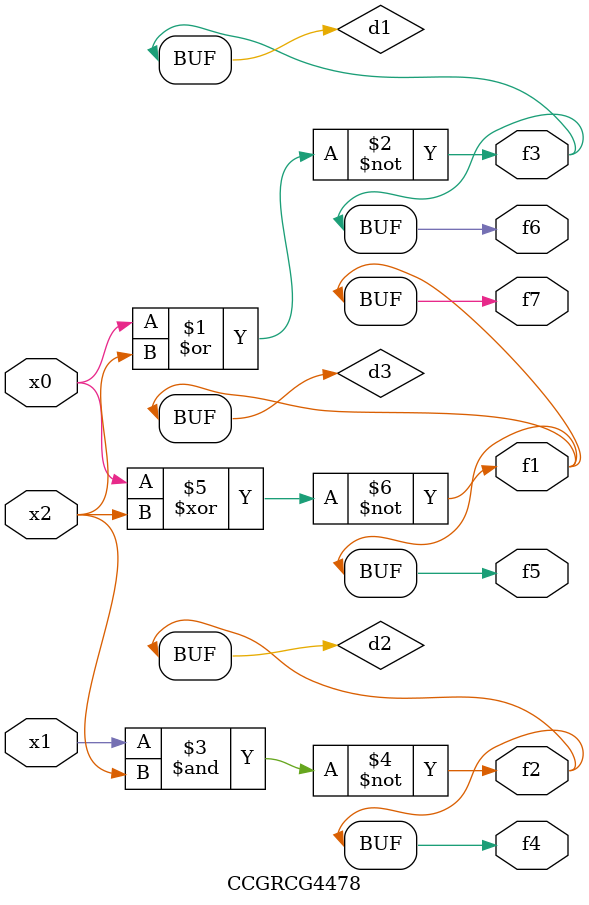
<source format=v>
module CCGRCG4478(
	input x0, x1, x2,
	output f1, f2, f3, f4, f5, f6, f7
);

	wire d1, d2, d3;

	nor (d1, x0, x2);
	nand (d2, x1, x2);
	xnor (d3, x0, x2);
	assign f1 = d3;
	assign f2 = d2;
	assign f3 = d1;
	assign f4 = d2;
	assign f5 = d3;
	assign f6 = d1;
	assign f7 = d3;
endmodule

</source>
